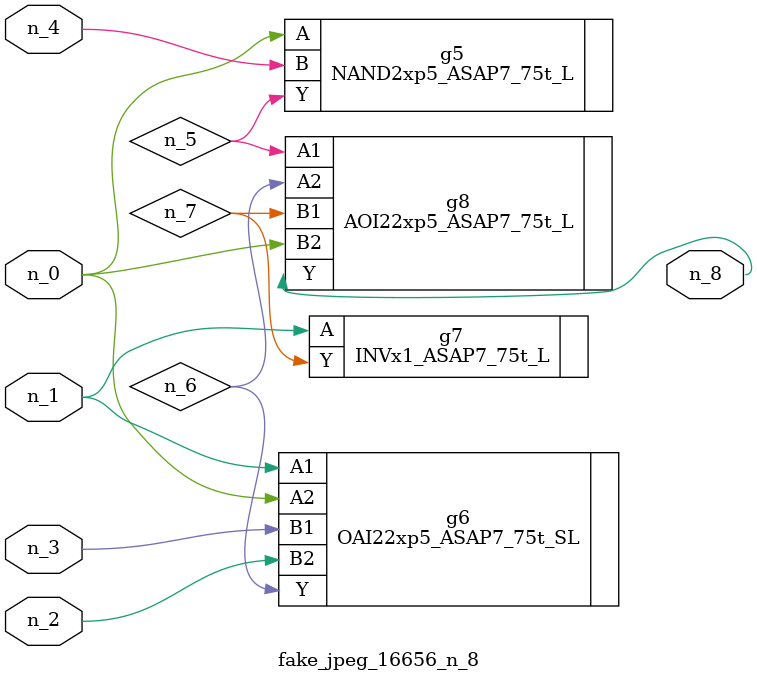
<source format=v>
module fake_jpeg_16656_n_8 (n_3, n_2, n_1, n_0, n_4, n_8);

input n_3;
input n_2;
input n_1;
input n_0;
input n_4;

output n_8;

wire n_6;
wire n_5;
wire n_7;

NAND2xp5_ASAP7_75t_L g5 ( 
.A(n_0),
.B(n_4),
.Y(n_5)
);

OAI22xp5_ASAP7_75t_SL g6 ( 
.A1(n_1),
.A2(n_0),
.B1(n_3),
.B2(n_2),
.Y(n_6)
);

INVx1_ASAP7_75t_L g7 ( 
.A(n_1),
.Y(n_7)
);

AOI22xp5_ASAP7_75t_L g8 ( 
.A1(n_5),
.A2(n_6),
.B1(n_7),
.B2(n_0),
.Y(n_8)
);


endmodule
</source>
